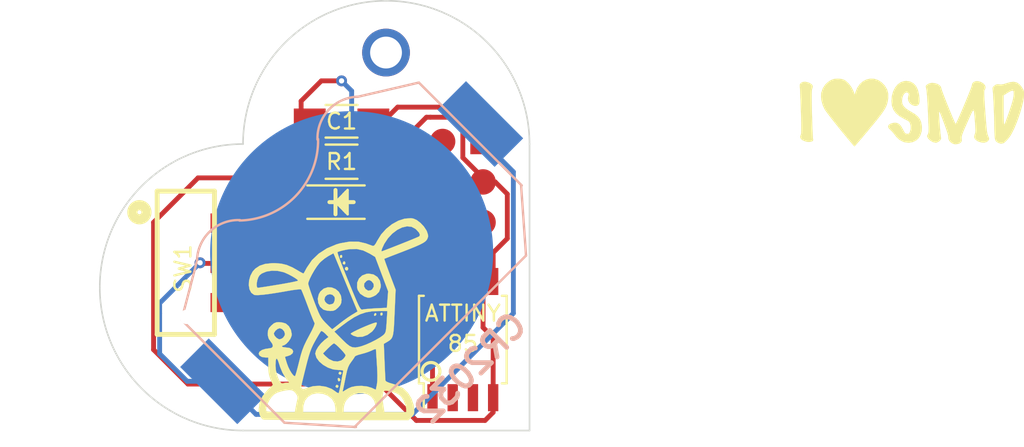
<source format=kicad_pcb>
(kicad_pcb (version 4) (host pcbnew 4.0.4-stable)

  (general
    (links 15)
    (no_connects 5)
    (area 191.769999 76.199999 218.870001 103.300001)
    (thickness 1.6)
    (drawings 21)
    (tracks 93)
    (zones 0)
    (modules 10)
    (nets 10)
  )

  (page USLetter)
  (layers
    (0 F.Cu signal)
    (31 B.Cu signal)
    (34 B.Paste user)
    (35 F.Paste user)
    (36 B.SilkS user)
    (37 F.SilkS user)
    (38 B.Mask user)
    (39 F.Mask user)
    (40 Dwgs.User user)
    (44 Edge.Cuts user)
  )

  (setup
    (last_trace_width 0.1524)
    (user_trace_width 0.254)
    (user_trace_width 0.3048)
    (user_trace_width 0.4064)
    (user_trace_width 0.6096)
    (user_trace_width 2.032)
    (trace_clearance 0.1524)
    (zone_clearance 0.508)
    (zone_45_only no)
    (trace_min 0.1524)
    (segment_width 0.254)
    (edge_width 0.1)
    (via_size 0.6858)
    (via_drill 0.3302)
    (via_min_size 0.6858)
    (via_min_drill 0.3302)
    (user_via 1 0.5)
    (uvia_size 0.762)
    (uvia_drill 0.508)
    (uvias_allowed no)
    (uvia_min_size 0.508)
    (uvia_min_drill 0.127)
    (pcb_text_width 0.3)
    (pcb_text_size 1.5 1.5)
    (mod_edge_width 0.15)
    (mod_text_size 1 1)
    (mod_text_width 0.15)
    (pad_size 3 3)
    (pad_drill 2)
    (pad_to_mask_clearance 0)
    (aux_axis_origin 0 0)
    (grid_origin 210.82 95.25)
    (visible_elements 7FFFFBFF)
    (pcbplotparams
      (layerselection 0x010f0_80000001)
      (usegerberextensions true)
      (excludeedgelayer true)
      (linewidth 0.100000)
      (plotframeref false)
      (viasonmask false)
      (mode 1)
      (useauxorigin false)
      (hpglpennumber 1)
      (hpglpenspeed 20)
      (hpglpendiameter 15)
      (hpglpenoverlay 2)
      (psnegative false)
      (psa4output false)
      (plotreference true)
      (plotvalue true)
      (plotinvisibletext false)
      (padsonsilk false)
      (subtractmaskfromsilk false)
      (outputformat 1)
      (mirror false)
      (drillshape 0)
      (scaleselection 1)
      (outputdirectory gerbers/))
  )

  (net 0 "")
  (net 1 GND)
  (net 2 +BATT)
  (net 3 "Net-(BT1-Pad1)")
  (net 4 "Net-(CON1-Pad1)")
  (net 5 "Net-(CON1-Pad3)")
  (net 6 "Net-(CON1-Pad4)")
  (net 7 "Net-(CON1-Pad5)")
  (net 8 "Net-(D1-Pad1)")
  (net 9 "Net-(IC1-Pad2)")

  (net_class Default "This is the default net class."
    (clearance 0.1524)
    (trace_width 0.1524)
    (via_dia 0.6858)
    (via_drill 0.3302)
    (uvia_dia 0.762)
    (uvia_drill 0.508)
    (add_net +BATT)
    (add_net GND)
    (add_net "Net-(BT1-Pad1)")
    (add_net "Net-(CON1-Pad1)")
    (add_net "Net-(CON1-Pad3)")
    (add_net "Net-(CON1-Pad4)")
    (add_net "Net-(CON1-Pad5)")
    (add_net "Net-(D1-Pad1)")
    (add_net "Net-(IC1-Pad2)")
  )

  (module Housings_SOIC:SOIJ-8_5.3x5.3mm_Pitch1.27mm (layer F.Cu) (tedit 58D85853) (tstamp 58C47A99)
    (at 214.63 97.536 90)
    (descr "8-Lead Plastic Small Outline (SM) - Medium, 5.28 mm Body [SOIC] (see Microchip Packaging Specification 00000049BS.pdf)")
    (tags "SOIC 1.27")
    (path /58C478D3)
    (attr smd)
    (fp_text reference ATTINY (at 1.651 0 180) (layer F.SilkS)
      (effects (font (size 1 1) (thickness 0.15)))
    )
    (fp_text value ATTINY (at 0 3.68 90) (layer F.Fab)
      (effects (font (size 1 1) (thickness 0.15)))
    )
    (fp_circle (center -2 -2) (end -2.25 -2.5) (layer F.SilkS) (width 0.2))
    (fp_line (start -4.75 -2.95) (end -4.75 2.95) (layer F.CrtYd) (width 0.05))
    (fp_line (start 4.75 -2.95) (end 4.75 2.95) (layer F.CrtYd) (width 0.05))
    (fp_line (start -4.75 -2.95) (end 4.75 -2.95) (layer F.CrtYd) (width 0.05))
    (fp_line (start -4.75 2.95) (end 4.75 2.95) (layer F.CrtYd) (width 0.05))
    (fp_line (start -2.75 -2.755) (end -2.75 -2.455) (layer F.SilkS) (width 0.15))
    (fp_line (start 2.75 -2.755) (end 2.75 -2.455) (layer F.SilkS) (width 0.15))
    (fp_line (start 2.75 2.755) (end 2.75 2.455) (layer F.SilkS) (width 0.15))
    (fp_line (start -2.75 2.755) (end -2.75 2.455) (layer F.SilkS) (width 0.15))
    (fp_line (start -2.75 -2.755) (end 2.75 -2.755) (layer F.SilkS) (width 0.15))
    (fp_line (start -2.75 2.755) (end 2.75 2.755) (layer F.SilkS) (width 0.15))
    (fp_line (start -2.75 -2.455) (end -4.5 -2.455) (layer F.SilkS) (width 0.15))
    (pad 1 smd rect (at -3.65 -1.905 90) (size 1.7 0.65) (layers F.Cu F.Paste F.Mask)
      (net 7 "Net-(CON1-Pad5)"))
    (pad 2 smd rect (at -3.65 -0.635 90) (size 1.7 0.65) (layers F.Cu F.Paste F.Mask)
      (net 9 "Net-(IC1-Pad2)"))
    (pad 3 smd rect (at -3.65 0.635 90) (size 1.7 0.65) (layers F.Cu F.Paste F.Mask))
    (pad 4 smd rect (at -3.65 1.905 90) (size 1.7 0.65) (layers F.Cu F.Paste F.Mask)
      (net 1 GND))
    (pad 5 smd rect (at 3.65 1.905 90) (size 1.7 0.65) (layers F.Cu F.Paste F.Mask)
      (net 6 "Net-(CON1-Pad4)"))
    (pad 6 smd rect (at 3.65 0.635 90) (size 1.7 0.65) (layers F.Cu F.Paste F.Mask)
      (net 4 "Net-(CON1-Pad1)"))
    (pad 7 smd rect (at 3.65 -0.635 90) (size 1.7 0.65) (layers F.Cu F.Paste F.Mask)
      (net 5 "Net-(CON1-Pad3)"))
    (pad 8 smd rect (at 3.65 -1.905 90) (size 1.7 0.65) (layers F.Cu F.Paste F.Mask)
      (net 2 +BATT))
    (model Housings_SOIC.3dshapes/SOIJ-8_5.3x5.3mm_Pitch1.27mm.wrl
      (at (xyz 0 0 0))
      (scale (xyz 1 1 1))
      (rotate (xyz 0 0 0))
    )
  )

  (module LEDs:LED-1206 (layer F.Cu) (tedit 58C4D23A) (tstamp 58C47B3C)
    (at 207.01 88.9)
    (descr "LED 1206 smd package")
    (tags "LED1206 SMD")
    (path /58C49927)
    (attr smd)
    (fp_text reference D1 (at 0 -2) (layer F.SilkS) hide
      (effects (font (size 1 1) (thickness 0.15)))
    )
    (fp_text value LED (at 0 2) (layer F.Fab)
      (effects (font (size 1 1) (thickness 0.15)))
    )
    (fp_line (start -0.762 0) (end 0.762 0) (layer F.SilkS) (width 0.25))
    (fp_line (start -0.381 -0.762) (end -0.381 0.762) (layer F.SilkS) (width 0.25))
    (fp_line (start -0.635 0) (end -0.508 0) (layer F.SilkS) (width 0.15))
    (fp_line (start 0.254 0.635) (end 0.381 0.762) (layer F.SilkS) (width 0.15))
    (fp_line (start 0.254 -0.635) (end 0.381 -0.762) (layer F.SilkS) (width 0.15))
    (fp_line (start 0.381 -0.762) (end 0.381 0.762) (layer F.SilkS) (width 0.15))
    (fp_line (start 0.127 -0.508) (end 0.254 -0.635) (layer F.SilkS) (width 0.15))
    (fp_line (start 0.127 0.508) (end 0.254 0.635) (layer F.SilkS) (width 0.15))
    (fp_line (start 0.254 0.508) (end 0.254 0.635) (layer F.SilkS) (width 0.15))
    (fp_line (start 0.254 -0.635) (end 0.254 0.508) (layer F.SilkS) (width 0.15))
    (fp_line (start -2.15 1.05) (end 1.45 1.05) (layer F.SilkS) (width 0.15))
    (fp_line (start -2.15 -1.05) (end 1.45 -1.05) (layer F.SilkS) (width 0.15))
    (fp_line (start 0.027 -0.3) (end 0.027 0.3) (layer F.SilkS) (width 0.15))
    (fp_line (start 0.027 0.3) (end -0.273 0) (layer F.SilkS) (width 0.15))
    (fp_line (start -0.273 0) (end -0.073 -0.2) (layer F.SilkS) (width 0.15))
    (fp_line (start -0.073 -0.2) (end -0.073 0.05) (layer F.SilkS) (width 0.15))
    (fp_line (start -0.073 0.05) (end -0.123 0) (layer F.SilkS) (width 0.15))
    (fp_line (start 0.127 0) (end 0.627 0) (layer F.SilkS) (width 0.15))
    (fp_line (start -0.373 0) (end 0.127 -0.5) (layer F.SilkS) (width 0.15))
    (fp_line (start 0.127 -0.5) (end 0.127 0.5) (layer F.SilkS) (width 0.15))
    (fp_line (start 0.127 0.5) (end -0.373 0) (layer F.SilkS) (width 0.15))
    (fp_line (start 2.5 -1.25) (end -2.5 -1.25) (layer F.CrtYd) (width 0.05))
    (fp_line (start -2.5 -1.25) (end -2.5 1.25) (layer F.CrtYd) (width 0.05))
    (fp_line (start -2.5 1.25) (end 2.5 1.25) (layer F.CrtYd) (width 0.05))
    (fp_line (start 2.5 1.25) (end 2.5 -1.25) (layer F.CrtYd) (width 0.05))
    (pad 2 smd rect (at 1.905 0 180) (size 2 1.80086) (layers F.Cu F.Paste F.Mask)
      (net 6 "Net-(CON1-Pad4)"))
    (pad 1 smd rect (at -1.905 0 180) (size 2 1.80086) (layers F.Cu F.Paste F.Mask)
      (net 8 "Net-(D1-Pad1)"))
    (model LEDs.3dshapes/LED_1206.wrl
      (at (xyz 0 0 0))
      (scale (xyz 1 1 1))
      (rotate (xyz 0 0 0))
    )
  )

  (module myFootPrints:BATT_CR2032_SMD (layer B.Cu) (tedit 56CFB5D2) (tstamp 586093B2)
    (at 207.645 92.075 45)
    (tags battery)
    (path /56CFA61E)
    (fp_text reference BT1 (at 0 -5.08 45) (layer B.SilkS) hide
      (effects (font (size 1.72974 1.08712) (thickness 0.27178)) (justify mirror))
    )
    (fp_text value Battery (at 0 2.54 45) (layer B.SilkS) hide
      (effects (font (size 1.524 1.016) (thickness 0.254)) (justify mirror))
    )
    (fp_line (start -7.1755 -6.5405) (end -10.541 -4.572) (layer B.SilkS) (width 0.15))
    (fp_line (start 7.1755 -6.6675) (end 10.541 -4.572) (layer B.SilkS) (width 0.15))
    (fp_arc (start -5.4229 -4.6355) (end -3.5179 -6.4135) (angle -90) (layer B.SilkS) (width 0.15))
    (fp_arc (start 5.4102 -4.7625) (end 7.1882 -6.6675) (angle -90) (layer B.SilkS) (width 0.15))
    (fp_arc (start -0.0635 -10.033) (end -3.556 -6.4135) (angle -90) (layer B.SilkS) (width 0.15))
    (fp_line (start 7.62 7.874) (end 10.541 4.5085) (layer B.SilkS) (width 0.15))
    (fp_line (start -10.541 4.572) (end -7.5565 7.9375) (layer B.SilkS) (width 0.15))
    (fp_line (start -7.62 7.874) (end 7.62 7.874) (layer B.SilkS) (width 0.15))
    (fp_line (start -10.541 -4.572) (end -10.541 4.572) (layer B.SilkS) (width 0.15))
    (fp_line (start 10.541 -4.572) (end 10.541 4.572) (layer B.SilkS) (width 0.15))
    (fp_circle (center 0 0) (end -10.16 0) (layer Dwgs.User) (width 0.15))
    (pad 2 smd circle (at 0 0 45) (size 17.78 17.78) (layers B.Cu B.Paste B.Mask)
      (net 1 GND))
    (pad 1 smd rect (at -11.43 0 45) (size 2.54 5.08) (layers B.Cu B.Paste B.Mask)
      (net 3 "Net-(BT1-Pad1)"))
    (pad 1 smd rect (at 11.43 0 45) (size 2.54 5.08) (layers B.Cu B.Paste B.Mask)
      (net 3 "Net-(BT1-Pad1)"))
  )

  (module SPST_SMD (layer F.Cu) (tedit 58D85833) (tstamp 586092E3)
    (at 200.025 92.71 270)
    (descr "Through hole pin header")
    (tags "pin header")
    (path /5860A0CD)
    (fp_text reference SW1 (at 0.365 2.97 270) (layer F.SilkS)
      (effects (font (size 1 1) (thickness 0.15)))
    )
    (fp_text value SPST (at 0.1 0 270) (layer F.Fab)
      (effects (font (size 1 1) (thickness 0.15)))
    )
    (fp_line (start -4.5 4.6) (end 4.5 4.6) (layer F.SilkS) (width 0.3048))
    (fp_line (start 4.5 1) (end 4.5 4.6) (layer F.SilkS) (width 0.3048))
    (fp_line (start -4.5 1) (end -4.5 4.6) (layer F.SilkS) (width 0.3048))
    (fp_line (start -4.5 1) (end 4.5 1) (layer F.SilkS) (width 0.3048))
    (fp_text user JS102011SAQN (at 0 1.7 270) (layer F.Fab)
      (effects (font (size 0.8 0.8) (thickness 0.1)))
    )
    (fp_line (start -1.75 14.45) (end 4.3 14.45) (layer F.CrtYd) (width 0.05))
    (pad "" np_thru_hole circle (at 3.4 2.75 270) (size 0.9 0.9) (drill 0.9) (layers *.Cu *.Mask))
    (pad 1 smd rect (at -2.5 0 270) (size 1.2 2.5) (layers F.Cu F.Paste F.Mask)
      (net 2 +BATT))
    (pad 2 smd rect (at 0.04 0 270) (size 1.2 2.5) (layers F.Cu F.Paste F.Mask)
      (net 3 "Net-(BT1-Pad1)"))
    (pad 3 smd rect (at 2.5 0 270) (size 1.2 2.5) (layers F.Cu F.Paste F.Mask))
    (pad "" np_thru_hole circle (at -3.4 2.75 270) (size 0.9 0.9) (drill 0.9) (layers *.Cu *.Mask))
  )

  (module Pin_Headers:Pin_Header_Straight_1x01 (layer F.Cu) (tedit 58C4AD73) (tstamp 5860AB5B)
    (at 209.804 79.502)
    (descr "Through hole pin header")
    (tags "pin header")
    (path /5860AE9A)
    (fp_text reference P1 (at -0.6 -0.5) (layer F.SilkS) hide
      (effects (font (size 0.127 0.127) (thickness 0.03175)))
    )
    (fp_text value CONN_01X01 (at 0 0.9) (layer F.Fab)
      (effects (font (size 0.127 0.127) (thickness 0.03175)))
    )
    (pad "" thru_hole circle (at 0 0) (size 3 3) (drill 2) (layers *.Cu *.Mask))
  )

  (module myFootPrints:AVR-ISP-6 (layer F.Cu) (tedit 5860A6AE) (tstamp 586092C3)
    (at 213.36 85.09)
    (descr "6-lead dip package, row spacing 7.62 mm (300 mils)")
    (tags "dil dip 2.54 300")
    (path /58609061)
    (fp_text reference CON1 (at 0 -2.54) (layer F.SilkS) hide
      (effects (font (size 1 1) (thickness 0.15)))
    )
    (fp_text value AVR-ISP-6 (at 0 -3.72) (layer F.Fab) hide
      (effects (font (size 1 1) (thickness 0.15)))
    )
    (pad 1 smd oval (at 0 0) (size 1.6 1.6) (layers F.Cu F.Paste F.Mask)
      (net 4 "Net-(CON1-Pad1)"))
    (pad 2 smd rect (at 2.54 0) (size 1.6 1.6) (layers F.Cu F.Paste F.Mask)
      (net 2 +BATT))
    (pad 3 smd oval (at 0 2.54) (size 1.6 1.6) (layers F.Cu F.Paste F.Mask)
      (net 5 "Net-(CON1-Pad3)"))
    (pad 4 smd oval (at 2.54 2.54) (size 1.6 1.6) (layers F.Cu F.Paste F.Mask)
      (net 6 "Net-(CON1-Pad4)"))
    (pad 5 smd oval (at 0 5.08) (size 1.6 1.6) (layers F.Cu F.Paste F.Mask)
      (net 7 "Net-(CON1-Pad5)"))
    (pad 6 smd oval (at 2.54 5.08) (size 1.6 1.6) (layers F.Cu F.Paste F.Mask)
      (net 1 GND))
  )

  (module Capacitors_SMD:C_1206_HandSoldering (layer F.Cu) (tedit 58C47DA8) (tstamp 58C47A8D)
    (at 207.01 83.82)
    (descr "Capacitor SMD 1206, hand soldering")
    (tags "capacitor 1206")
    (path /553FDF53)
    (attr smd)
    (fp_text reference C1 (at 0 0) (layer F.SilkS)
      (effects (font (size 1 1) (thickness 0.15)))
    )
    (fp_text value "0.1 uF" (at 0 2.3) (layer F.Fab)
      (effects (font (size 1 1) (thickness 0.15)))
    )
    (fp_line (start -3.3 -1.15) (end 3.3 -1.15) (layer F.CrtYd) (width 0.05))
    (fp_line (start -3.3 1.15) (end 3.3 1.15) (layer F.CrtYd) (width 0.05))
    (fp_line (start -3.3 -1.15) (end -3.3 1.15) (layer F.CrtYd) (width 0.05))
    (fp_line (start 3.3 -1.15) (end 3.3 1.15) (layer F.CrtYd) (width 0.05))
    (fp_line (start 1 -1.025) (end -1 -1.025) (layer F.SilkS) (width 0.15))
    (fp_line (start -1 1.025) (end 1 1.025) (layer F.SilkS) (width 0.15))
    (pad 1 smd rect (at -2 0) (size 2 1.6) (layers F.Cu F.Paste F.Mask)
      (net 1 GND))
    (pad 2 smd rect (at 2 0) (size 2 1.6) (layers F.Cu F.Paste F.Mask)
      (net 2 +BATT))
    (model Capacitors_SMD.3dshapes/C_1206_HandSoldering.wrl
      (at (xyz 0 0 0))
      (scale (xyz 1 1 1))
      (rotate (xyz 0 0 0))
    )
  )

  (module Resistors_SMD:R_1206_HandSoldering (layer F.Cu) (tedit 58C47DAE) (tstamp 58C47A9F)
    (at 207.01 86.36 180)
    (descr "Resistor SMD 1206, hand soldering")
    (tags "resistor 1206")
    (path /56CEB2B5)
    (attr smd)
    (fp_text reference R1 (at 0 0 180) (layer F.SilkS)
      (effects (font (size 1 1) (thickness 0.15)))
    )
    (fp_text value 330 (at 0 2.3 180) (layer F.Fab)
      (effects (font (size 1 1) (thickness 0.15)))
    )
    (fp_line (start -3.3 -1.2) (end 3.3 -1.2) (layer F.CrtYd) (width 0.05))
    (fp_line (start -3.3 1.2) (end 3.3 1.2) (layer F.CrtYd) (width 0.05))
    (fp_line (start -3.3 -1.2) (end -3.3 1.2) (layer F.CrtYd) (width 0.05))
    (fp_line (start 3.3 -1.2) (end 3.3 1.2) (layer F.CrtYd) (width 0.05))
    (fp_line (start 1 1.075) (end -1 1.075) (layer F.SilkS) (width 0.15))
    (fp_line (start -1 -1.075) (end 1 -1.075) (layer F.SilkS) (width 0.15))
    (pad 1 smd rect (at -2 0 180) (size 2 1.7) (layers F.Cu F.Paste F.Mask)
      (net 8 "Net-(D1-Pad1)"))
    (pad 2 smd rect (at 2 0 180) (size 2 1.7) (layers F.Cu F.Paste F.Mask)
      (net 1 GND))
    (model Resistors_SMD.3dshapes/R_1206_HandSoldering.wrl
      (at (xyz 0 0 0))
      (scale (xyz 1 1 1))
      (rotate (xyz 0 0 0))
    )
  )

  (module myFootPrints:IheartSMD (layer F.Cu) (tedit 0) (tstamp 58D86362)
    (at 242.82 83.25)
    (fp_text reference G*** (at 0 0) (layer F.SilkS) hide
      (effects (font (thickness 0.3)))
    )
    (fp_text value LOGO (at 0.75 0) (layer F.SilkS) hide
      (effects (font (thickness 0.3)))
    )
    (fp_poly (pts (xy -2.34405 -2.096245) (xy -2.105224 -2.02035) (xy -1.879461 -1.87745) (xy -1.67627 -1.665485)
      (xy -1.672077 -1.659965) (xy -1.535728 -1.428984) (xy -1.466826 -1.179985) (xy -1.462632 -0.900188)
      (xy -1.480305 -0.765648) (xy -1.506685 -0.630011) (xy -1.540934 -0.503324) (xy -1.587938 -0.377969)
      (xy -1.652583 -0.246325) (xy -1.739753 -0.100773) (xy -1.854334 0.066306) (xy -2.001212 0.26253)
      (xy -2.185271 0.495519) (xy -2.411397 0.772893) (xy -2.65632 1.068462) (xy -2.863883 1.316796)
      (xy -3.056151 1.544929) (xy -3.227337 1.746142) (xy -3.371657 1.913715) (xy -3.483327 2.040929)
      (xy -3.55656 2.121066) (xy -3.585338 2.147469) (xy -3.616012 2.117825) (xy -3.690038 2.034352)
      (xy -3.801593 1.903968) (xy -3.944854 1.733589) (xy -4.114 1.530133) (xy -4.303208 1.300517)
      (xy -4.474308 1.091353) (xy -4.682749 0.833626) (xy -4.880586 0.585062) (xy -5.060943 0.354598)
      (xy -5.216944 0.151173) (xy -5.34171 -0.016276) (xy -5.428366 -0.13881) (xy -5.462934 -0.193553)
      (xy -5.575671 -0.442679) (xy -5.651356 -0.710052) (xy -5.68505 -0.970983) (xy -5.671813 -1.200783)
      (xy -5.668122 -1.219233) (xy -5.570242 -1.503796) (xy -5.409772 -1.744798) (xy -5.251857 -1.892196)
      (xy -5.056812 -2.018715) (xy -4.866654 -2.087112) (xy -4.650419 -2.106675) (xy -4.549401 -2.10289)
      (xy -4.38003 -2.082879) (xy -4.251303 -2.040775) (xy -4.13585 -1.971583) (xy -3.949099 -1.803253)
      (xy -3.782896 -1.584088) (xy -3.657219 -1.341409) (xy -3.638259 -1.291192) (xy -3.5686 -1.093389)
      (xy -3.518915 -1.259848) (xy -3.401368 -1.54273) (xy -3.239839 -1.770965) (xy -3.043835 -1.942494)
      (xy -2.822863 -2.055257) (xy -2.586433 -2.107194) (xy -2.34405 -2.096245)) (layer F.SilkS) (width 0.01))
    (fp_poly (pts (xy 4.210181 -1.942334) (xy 4.354907 -1.898655) (xy 4.509585 -1.8085) (xy 4.610951 -1.696348)
      (xy 4.652707 -1.574999) (xy 4.628556 -1.457256) (xy 4.595388 -1.409846) (xy 4.581052 -1.384052)
      (xy 4.571272 -1.338764) (xy 4.566268 -1.266233) (xy 4.566261 -1.158706) (xy 4.571472 -1.008433)
      (xy 4.582122 -0.807662) (xy 4.598431 -0.548642) (xy 4.620622 -0.223622) (xy 4.635014 -0.019538)
      (xy 4.661576 0.347706) (xy 4.684425 0.645637) (xy 4.704585 0.882954) (xy 4.723077 1.068352)
      (xy 4.740923 1.210532) (xy 4.759146 1.318189) (xy 4.778769 1.400021) (xy 4.800814 1.464727)
      (xy 4.812779 1.492748) (xy 4.86011 1.604073) (xy 4.874765 1.673783) (xy 4.858609 1.73037)
      (xy 4.831274 1.775435) (xy 4.727443 1.867301) (xy 4.579917 1.910188) (xy 4.406042 1.903922)
      (xy 4.223164 1.848332) (xy 4.103179 1.782706) (xy 3.983992 1.677881) (xy 3.938703 1.562564)
      (xy 3.963135 1.422748) (xy 3.982132 1.376791) (xy 4.003807 1.317943) (xy 4.016854 1.247058)
      (xy 4.021452 1.150344) (xy 4.017776 1.014007) (xy 4.006003 0.824256) (xy 3.991631 0.63433)
      (xy 3.969436 0.343476) (xy 3.951134 0.123274) (xy 3.932095 -0.02632) (xy 3.90769 -0.105355)
      (xy 3.873292 -0.113877) (xy 3.824271 -0.051932) (xy 3.755999 0.080433) (xy 3.663846 0.283171)
      (xy 3.543184 0.556235) (xy 3.510691 0.629481) (xy 3.388617 0.905519) (xy 3.295606 1.120487)
      (xy 3.22816 1.284362) (xy 3.182779 1.407121) (xy 3.155967 1.498742) (xy 3.144223 1.5692)
      (xy 3.144049 1.628474) (xy 3.148128 1.663394) (xy 3.157036 1.778047) (xy 3.133809 1.852855)
      (xy 3.083401 1.909807) (xy 2.998885 1.969379) (xy 2.926596 1.992923) (xy 2.836247 2.001972)
      (xy 2.806965 2.008896) (xy 2.735111 2.009803) (xy 2.633855 1.989851) (xy 2.631163 1.98908)
      (xy 2.495802 1.920102) (xy 2.387776 1.81079) (xy 2.32431 1.683267) (xy 2.316829 1.585344)
      (xy 2.313086 1.512089) (xy 2.285363 1.390157) (xy 2.231922 1.213828) (xy 2.151025 0.977378)
      (xy 2.040931 0.675086) (xy 2.036923 0.664308) (xy 1.938752 0.40259) (xy 1.863553 0.208096)
      (xy 1.808302 0.074349) (xy 1.769975 -0.00513) (xy 1.745546 -0.036821) (xy 1.731991 -0.0272)
      (xy 1.727307 0.00118) (xy 1.726457 0.088072) (xy 1.73201 0.23249) (xy 1.742731 0.419067)
      (xy 1.757384 0.632437) (xy 1.774733 0.857233) (xy 1.793542 1.07809) (xy 1.812575 1.279639)
      (xy 1.830597 1.446516) (xy 1.846371 1.563353) (xy 1.856776 1.611074) (xy 1.850116 1.689328)
      (xy 1.789813 1.776366) (xy 1.695651 1.85421) (xy 1.587414 1.904882) (xy 1.522557 1.91477)
      (xy 1.362158 1.882289) (xy 1.201376 1.797514) (xy 1.071842 1.679447) (xy 1.0319 1.620012)
      (xy 0.989323 1.530362) (xy 0.986847 1.469528) (xy 1.023841 1.399627) (xy 1.028116 1.393074)
      (xy 1.045638 1.361348) (xy 1.058987 1.320474) (xy 1.068212 1.262057) (xy 1.07336 1.177702)
      (xy 1.074479 1.059016) (xy 1.071618 0.897605) (xy 1.064824 0.685073) (xy 1.054145 0.413028)
      (xy 1.039629 0.073075) (xy 1.036102 -0.007605) (xy 1.019704 -0.352791) (xy 1.002199 -0.668962)
      (xy 0.984253 -0.946912) (xy 0.966532 -1.177432) (xy 0.9497 -1.351314) (xy 0.934422 -1.459349)
      (xy 0.929803 -1.479092) (xy 0.902461 -1.586355) (xy 0.905961 -1.651164) (xy 0.947559 -1.705573)
      (xy 0.989516 -1.742861) (xy 1.11924 -1.813726) (xy 1.276952 -1.840572) (xy 1.44522 -1.828416)
      (xy 1.606611 -1.782277) (xy 1.743692 -1.707175) (xy 1.839031 -1.608128) (xy 1.875194 -1.490154)
      (xy 1.875195 -1.48788) (xy 1.889061 -1.432449) (xy 1.927988 -1.318218) (xy 1.987643 -1.155951)
      (xy 2.063688 -0.956414) (xy 2.151789 -0.730373) (xy 2.247611 -0.488593) (xy 2.346818 -0.241838)
      (xy 2.445074 -0.000876) (xy 2.538044 0.223529) (xy 2.621394 0.420612) (xy 2.690786 0.579607)
      (xy 2.741886 0.689749) (xy 2.770359 0.740272) (xy 2.773341 0.74233) (xy 2.797641 0.707698)
      (xy 2.846672 0.610777) (xy 2.916109 0.46183) (xy 3.001627 0.271121) (xy 3.098901 0.048913)
      (xy 3.203606 -0.194531) (xy 3.311417 -0.448948) (xy 3.418009 -0.704075) (xy 3.519058 -0.949648)
      (xy 3.610237 -1.175404) (xy 3.687223 -1.37108) (xy 3.74569 -1.526414) (xy 3.781314 -1.631141)
      (xy 3.790461 -1.671302) (xy 3.822869 -1.806741) (xy 3.911858 -1.900375) (xy 4.045079 -1.947231)
      (xy 4.210181 -1.942334)) (layer F.SilkS) (width 0.01))
    (fp_poly (pts (xy 6.611152 -1.865882) (xy 6.768849 -1.761157) (xy 6.916401 -1.590471) (xy 6.945923 -1.547851)
      (xy 7.025612 -1.412648) (xy 7.063559 -1.291976) (xy 7.072923 -1.150907) (xy 7.055285 -0.924379)
      (xy 7.005674 -0.644287) (xy 6.929042 -0.325947) (xy 6.830339 0.015324) (xy 6.714518 0.36421)
      (xy 6.58653 0.705395) (xy 6.451328 1.023562) (xy 6.313862 1.303394) (xy 6.234125 1.443614)
      (xy 6.144558 1.574225) (xy 6.037521 1.705783) (xy 5.9277 1.822894) (xy 5.82978 1.910163)
      (xy 5.758446 1.952196) (xy 5.747391 1.953847) (xy 5.679798 1.965695) (xy 5.65958 1.97196)
      (xy 5.58984 1.969808) (xy 5.493372 1.939564) (xy 5.490307 1.938222) (xy 5.404553 1.897661)
      (xy 5.339203 1.854595) (xy 5.291255 1.798295) (xy 5.257705 1.718032) (xy 5.235552 1.603077)
      (xy 5.221792 1.442701) (xy 5.213422 1.226174) (xy 5.207441 0.942768) (xy 5.207147 0.926493)
      (xy 5.199974 0.594325) (xy 5.190449 0.254891) (xy 5.179064 -0.081148) (xy 5.166307 -0.40313)
      (xy 5.152668 -0.700395) (xy 5.138637 -0.962283) (xy 5.132537 -1.056781) (xy 5.783384 -1.056781)
      (xy 5.783384 -0.199432) (xy 5.784524 0.120145) (xy 5.788206 0.36829) (xy 5.794827 0.551695)
      (xy 5.804782 0.677053) (xy 5.818468 0.751057) (xy 5.836279 0.780398) (xy 5.841398 0.781539)
      (xy 5.857413 0.746785) (xy 5.89456 0.65099) (xy 5.948084 0.506858) (xy 6.013233 0.327089)
      (xy 6.049789 0.224693) (xy 6.170786 -0.122019) (xy 6.2647 -0.406164) (xy 6.334202 -0.637446)
      (xy 6.381963 -0.825565) (xy 6.410655 -0.980226) (xy 6.422948 -1.111129) (xy 6.423632 -1.13323)
      (xy 6.422684 -1.258376) (xy 6.408739 -1.325289) (xy 6.375296 -1.353618) (xy 6.348764 -1.359522)
      (xy 6.278291 -1.344743) (xy 6.167015 -1.295181) (xy 6.037911 -1.22122) (xy 6.026379 -1.213836)
      (xy 5.783384 -1.056781) (xy 5.132537 -1.056781) (xy 5.124702 -1.178131) (xy 5.111355 -1.33728)
      (xy 5.099083 -1.429069) (xy 5.098956 -1.429663) (xy 5.091105 -1.515274) (xy 5.122008 -1.58235)
      (xy 5.201495 -1.65836) (xy 5.294825 -1.726139) (xy 5.380789 -1.751003) (xy 5.49977 -1.74412)
      (xy 5.507835 -1.743074) (xy 5.642889 -1.738311) (xy 5.790445 -1.763592) (xy 5.95923 -1.816398)
      (xy 6.218137 -1.890292) (xy 6.431513 -1.907857) (xy 6.611152 -1.865882)) (layer F.SilkS) (width 0.01))
    (fp_poly (pts (xy -0.08157 -1.924859) (xy 0.119595 -1.818609) (xy 0.279311 -1.647326) (xy 0.396236 -1.412426)
      (xy 0.466339 -1.132373) (xy 0.500202 -0.862655) (xy 0.501546 -0.65965) (xy 0.468366 -0.518122)
      (xy 0.398658 -0.432833) (xy 0.290417 -0.398547) (xy 0.187007 -0.402567) (xy 0.022986 -0.458462)
      (xy -0.107678 -0.566887) (xy -0.193914 -0.710176) (xy -0.22465 -0.870663) (xy -0.196209 -1.014011)
      (xy -0.167136 -1.109175) (xy -0.181089 -1.172167) (xy -0.195414 -1.191881) (xy -0.278029 -1.245413)
      (xy -0.369251 -1.232389) (xy -0.45776 -1.161828) (xy -0.532239 -1.042744) (xy -0.581313 -0.884458)
      (xy -0.600584 -0.68899) (xy -0.574129 -0.522805) (xy -0.495226 -0.375621) (xy -0.357152 -0.237156)
      (xy -0.153185 -0.097128) (xy -0.0149 -0.018128) (xy 0.223532 0.127163) (xy 0.396984 0.271723)
      (xy 0.51748 0.428179) (xy 0.597046 0.609158) (xy 0.604015 0.631773) (xy 0.655343 0.924217)
      (xy 0.636198 1.206319) (xy 0.548448 1.466012) (xy 0.450415 1.623815) (xy 0.286878 1.776761)
      (xy 0.079863 1.875382) (xy -0.154297 1.915659) (xy -0.399267 1.89357) (xy -0.512491 1.860858)
      (xy -0.748329 1.740098) (xy -0.946 1.556863) (xy -1.022725 1.45561) (xy -1.121166 1.327126)
      (xy -1.230147 1.205768) (xy -1.27831 1.15977) (xy -1.368909 1.071732) (xy -1.43624 0.991383)
      (xy -1.448715 0.971564) (xy -1.465512 0.873525) (xy -1.414822 0.786441) (xy -1.307233 0.717766)
      (xy -1.153334 0.674957) (xy -1.012348 0.664308) (xy -0.876932 0.686654) (xy -0.758934 0.759596)
      (xy -0.648527 0.891984) (xy -0.535883 1.092672) (xy -0.535153 1.094154) (xy -0.465871 1.228004)
      (xy -0.41207 1.306136) (xy -0.358451 1.34467) (xy -0.289713 1.359726) (xy -0.282378 1.360469)
      (xy -0.194043 1.359893) (xy -0.141119 1.322752) (xy -0.096762 1.234724) (xy -0.046514 1.054309)
      (xy -0.050882 0.865654) (xy -0.080832 0.730435) (xy -0.105883 0.658031) (xy -0.144138 0.601611)
      (xy -0.210683 0.54875) (xy -0.320602 0.487023) (xy -0.46023 0.417902) (xy -0.755259 0.249762)
      (xy -0.977739 0.06329) (xy -1.132413 -0.14826) (xy -1.224021 -0.391633) (xy -1.257305 -0.673574)
      (xy -1.257581 -0.71638) (xy -1.228979 -1.026375) (xy -1.150871 -1.305792) (xy -1.029403 -1.546426)
      (xy -0.870719 -1.740071) (xy -0.680962 -1.878524) (xy -0.466276 -1.953578) (xy -0.322842 -1.964662)
      (xy -0.08157 -1.924859)) (layer F.SilkS) (width 0.01))
    (fp_poly (pts (xy -6.518611 -1.882257) (xy -6.409155 -1.83689) (xy -6.276787 -1.754816) (xy -6.213258 -1.670643)
      (xy -6.210551 -1.568093) (xy -6.236569 -1.486461) (xy -6.251088 -1.43895) (xy -6.262123 -1.372811)
      (xy -6.269766 -1.28017) (xy -6.274107 -1.153157) (xy -6.275237 -0.983901) (xy -6.273246 -0.76453)
      (xy -6.268226 -0.487173) (xy -6.260268 -0.143958) (xy -6.254608 0.078154) (xy -6.245346 0.41081)
      (xy -6.235495 0.724) (xy -6.225449 1.00785) (xy -6.215604 1.252481) (xy -6.206357 1.448018)
      (xy -6.198102 1.584584) (xy -6.1916 1.65037) (xy -6.180359 1.748638) (xy -6.20133 1.800393)
      (xy -6.266818 1.834698) (xy -6.270189 1.835985) (xy -6.406266 1.868926) (xy -6.552799 1.859856)
      (xy -6.691624 1.823843) (xy -6.862868 1.747438) (xy -6.964249 1.649742) (xy -6.993148 1.534965)
      (xy -6.948992 1.410561) (xy -6.936851 1.371172) (xy -6.928407 1.293703) (xy -6.923653 1.17199)
      (xy -6.922584 0.999871) (xy -6.925194 0.771185) (xy -6.931478 0.479767) (xy -6.941429 0.119456)
      (xy -6.947627 -0.083601) (xy -6.958527 -0.414351) (xy -6.969819 -0.72455) (xy -6.98107 -1.004507)
      (xy -6.991847 -1.244531) (xy -7.001715 -1.434928) (xy -7.010242 -1.566007) (xy -7.016649 -1.626487)
      (xy -7.01007 -1.750297) (xy -6.943571 -1.842421) (xy -6.830558 -1.898219) (xy -6.684436 -1.913045)
      (xy -6.518611 -1.882257)) (layer F.SilkS) (width 0.01))
  )

  (module myFootPrints:tindie_12mm (layer F.Cu) (tedit 0) (tstamp 59B0A503)
    (at 206.82 96.25)
    (fp_text reference G*** (at 0 0) (layer F.SilkS) hide
      (effects (font (thickness 0.3)))
    )
    (fp_text value LOGO (at 0.75 0) (layer F.SilkS) hide
      (effects (font (thickness 0.3)))
    )
    (fp_poly (pts (xy 4.702191 -6.317549) (xy 4.916632 -6.222528) (xy 5.147934 -6.045282) (xy 5.361055 -5.819498)
      (xy 5.52095 -5.578859) (xy 5.559249 -5.493735) (xy 5.620462 -5.306464) (xy 5.626706 -5.175154)
      (xy 5.580401 -5.042472) (xy 5.578462 -5.03837) (xy 5.525545 -4.953681) (xy 5.441256 -4.87138)
      (xy 5.311692 -4.784446) (xy 5.12295 -4.685855) (xy 4.861125 -4.568584) (xy 4.512314 -4.42561)
      (xy 4.062612 -4.249911) (xy 3.874764 -4.177839) (xy 3.546807 -4.051895) (xy 3.26342 -3.942054)
      (xy 3.044531 -3.856121) (xy 2.910067 -3.801901) (xy 2.876713 -3.78688) (xy 2.89287 -3.7256)
      (xy 2.947204 -3.565827) (xy 3.032542 -3.327694) (xy 3.141713 -3.031336) (xy 3.224699 -2.810016)
      (xy 3.58775 -1.848217) (xy 3.52425 -0.390611) (xy 3.502324 0.098876) (xy 3.481439 0.4784)
      (xy 3.457033 0.764875) (xy 3.424548 0.975215) (xy 3.379422 1.126334) (xy 3.317096 1.235144)
      (xy 3.233011 1.31856) (xy 3.122605 1.393496) (xy 3.028177 1.449402) (xy 2.846186 1.55575)
      (xy 2.89176 2.667) (xy 2.907332 3.03448) (xy 2.922112 3.361003) (xy 2.935006 3.624066)
      (xy 2.944921 3.801167) (xy 2.950059 3.866441) (xy 3.016432 3.929329) (xy 3.182935 4.001126)
      (xy 3.387459 4.061535) (xy 3.654382 4.147296) (xy 3.913776 4.26076) (xy 4.074351 4.354344)
      (xy 4.355258 4.624421) (xy 4.574813 4.977797) (xy 4.712935 5.377663) (xy 4.745243 5.584165)
      (xy 4.759785 5.800849) (xy 4.745358 5.938455) (xy 4.68884 6.043911) (xy 4.585376 6.155892)
      (xy 4.391269 6.35) (xy -0.137991 6.344986) (xy -0.886338 6.343714) (xy -1.598316 6.341643)
      (xy -2.263618 6.338857) (xy -2.871937 6.335439) (xy -3.412968 6.331474) (xy -3.876402 6.327045)
      (xy -4.251934 6.322236) (xy -4.529256 6.317131) (xy -4.698062 6.311814) (xy -4.747962 6.307499)
      (xy -4.856554 6.206709) (xy -4.948713 6.022471) (xy -5.006213 5.798328) (xy -5.014317 5.694044)
      (xy -4.556331 5.694044) (xy -4.538237 5.781757) (xy -4.464323 5.803755) (xy -4.287268 5.822114)
      (xy -4.030916 5.835266) (xy -3.719111 5.841642) (xy -3.622538 5.842) (xy -2.74407 5.842)
      (xy -2.702221 5.61771) (xy -2.2225 5.61771) (xy -2.2225 5.842) (xy -0.1905 5.842)
      (xy -0.1905 5.64946) (xy 0.3175 5.64946) (xy 0.3175 5.842) (xy 2.3495 5.842)
      (xy 2.348105 5.603875) (xy 2.319392 5.390039) (xy 2.249865 5.156593) (xy 2.227686 5.10364)
      (xy 2.06767 4.882959) (xy 2.76753 4.882959) (xy 2.778414 5.138556) (xy 2.808011 5.381625)
      (xy 2.882265 5.842) (xy 4.2545 5.842) (xy 4.2545 5.639798) (xy 4.21117 5.396461)
      (xy 4.099499 5.12625) (xy 3.946965 4.885646) (xy 3.827915 4.762962) (xy 3.583144 4.629196)
      (xy 3.25024 4.532556) (xy 3.019133 4.496914) (xy 2.890145 4.497564) (xy 2.823294 4.55938)
      (xy 2.782637 4.699) (xy 2.76753 4.882959) (xy 2.06767 4.882959) (xy 2.060577 4.873178)
      (xy 1.823058 4.723737) (xy 1.540747 4.653223) (xy 1.23926 4.659545) (xy 0.944214 4.74061)
      (xy 0.681228 4.894323) (xy 0.475916 5.118594) (xy 0.404566 5.252585) (xy 0.342484 5.456161)
      (xy 0.3175 5.64946) (xy -0.1905 5.64946) (xy -0.1905 5.616596) (xy -0.249256 5.290642)
      (xy -0.416635 5.015923) (xy -0.679305 4.808234) (xy -0.967303 4.696258) (xy -1.339363 4.655866)
      (xy -1.664769 4.723059) (xy -1.928689 4.886951) (xy -2.11629 5.136651) (xy -2.21274 5.461271)
      (xy -2.2225 5.61771) (xy -2.702221 5.61771) (xy -2.675942 5.476875) (xy -2.631736 5.252469)
      (xy -2.59028 5.062498) (xy -2.569229 4.979306) (xy -2.583254 4.825417) (xy -2.699717 4.645931)
      (xy -2.816966 4.529017) (xy -2.944601 4.465507) (xy -3.112051 4.451761) (xy -3.348747 4.484139)
      (xy -3.58775 4.536113) (xy -3.839675 4.610711) (xy -4.022058 4.713176) (xy -4.192267 4.876138)
      (xy -4.199222 4.883913) (xy -4.333974 5.071365) (xy -4.447696 5.293467) (xy -4.526459 5.513324)
      (xy -4.556331 5.694044) (xy -5.014317 5.694044) (xy -5.0165 5.665965) (xy -4.954369 5.236025)
      (xy -4.768482 4.832737) (xy -4.463554 4.461613) (xy -4.235659 4.238797) (xy -2.337195 4.238797)
      (xy -2.334832 4.293375) (xy -2.320899 4.329175) (xy -2.298474 4.363634) (xy -2.29603 4.367446)
      (xy -2.237892 4.406672) (xy -2.127816 4.388382) (xy -1.963627 4.321215) (xy -1.597279 4.21271)
      (xy -1.195668 4.189116) (xy -0.797278 4.246157) (xy -0.440589 4.379558) (xy -0.240366 4.512657)
      (xy -0.105139 4.610897) (xy -0.010406 4.651055) (xy 0.007963 4.646152) (xy 0.035034 4.569226)
      (xy 0.040604 4.545789) (xy 0.258262 4.545789) (xy 0.291232 4.549388) (xy 0.398467 4.480137)
      (xy 0.421323 4.464235) (xy 0.61738 4.35108) (xy 0.8191 4.264212) (xy 1.115576 4.20467)
      (xy 1.463277 4.195263) (xy 1.804741 4.233695) (xy 2.075431 4.314412) (xy 2.341113 4.435035)
      (xy 2.407482 4.125565) (xy 2.436138 3.887559) (xy 2.442045 3.542049) (xy 2.425236 3.081695)
      (xy 2.412984 2.876422) (xy 2.391487 2.542717) (xy 2.373141 2.254415) (xy 2.359429 2.035099)
      (xy 2.351834 1.908355) (xy 2.350807 1.887834) (xy 2.300247 1.884129) (xy 2.17375 1.930909)
      (xy 2.097499 1.96748) (xy 1.893561 2.05333) (xy 1.632608 2.139549) (xy 1.447321 2.188929)
      (xy 1.238496 2.24687) (xy 1.085995 2.306525) (xy 1.026056 2.351081) (xy 0.976842 2.437244)
      (xy 0.874917 2.584939) (xy 0.788877 2.700819) (xy 0.683232 2.856404) (xy 0.602419 3.025686)
      (xy 0.534341 3.242301) (xy 0.466903 3.539882) (xy 0.441963 3.665522) (xy 0.384446 3.956604)
      (xy 0.332475 4.210231) (xy 0.292612 4.394904) (xy 0.274269 4.470398) (xy 0.258262 4.545789)
      (xy 0.040604 4.545789) (xy 0.07627 4.395729) (xy 0.125249 4.154411) (xy 0.159261 3.96875)
      (xy 0.208847 3.694242) (xy 0.252879 3.464337) (xy 0.285406 3.309393) (xy 0.297615 3.263107)
      (xy 0.25742 3.21806) (xy 0.094561 3.198105) (xy -0.015644 3.19738) (xy -0.344165 3.158783)
      (xy -0.669637 3.045216) (xy -0.967988 2.873978) (xy -1.215147 2.662367) (xy -1.387045 2.427682)
      (xy -1.459611 2.187223) (xy -1.4605 2.159) (xy -1.459495 2.155141) (xy -0.975676 2.155141)
      (xy -0.852963 2.293162) (xy -0.604202 2.508052) (xy -0.333401 2.633746) (xy -0.065974 2.665391)
      (xy 0.172666 2.598135) (xy 0.288636 2.511136) (xy 0.394454 2.383854) (xy 0.443993 2.281989)
      (xy 0.4445 2.275008) (xy 0.40154 2.191772) (xy 0.291219 2.053946) (xy 0.141371 1.890147)
      (xy -0.020171 1.728993) (xy -0.165572 1.599101) (xy -0.266997 1.529087) (xy -0.285968 1.524)
      (xy -0.361664 1.566374) (xy -0.495658 1.67765) (xy -0.659408 1.834055) (xy -0.66485 1.83957)
      (xy -0.975676 2.155141) (xy -1.459495 2.155141) (xy -1.412637 1.975365) (xy -1.28458 1.751438)
      (xy -1.099632 1.520532) (xy -0.881092 1.315962) (xy -0.85863 1.298496) (xy -0.629077 1.123408)
      (xy -0.835115 0.91083) (xy -0.971678 0.791936) (xy -0.989983 0.783551) (xy -0.261346 0.783551)
      (xy 0.232962 1.280775) (xy 0.487461 1.526479) (xy 0.689786 1.685602) (xy 0.870115 1.768247)
      (xy 1.058625 1.784512) (xy 1.285496 1.744499) (xy 1.466282 1.693561) (xy 1.733478 1.596365)
      (xy 2.04046 1.459493) (xy 2.34702 1.303386) (xy 2.612952 1.148487) (xy 2.794617 1.018237)
      (xy 2.877227 0.939882) (xy 2.932941 0.857361) (xy 2.969323 0.742692) (xy 2.993938 0.567893)
      (xy 3.01435 0.304982) (xy 3.022673 0.174625) (xy 3.065331 -0.508) (xy 2.528441 -0.508)
      (xy 2.102952 -0.489316) (xy 1.723542 -0.426105) (xy 1.363141 -0.307629) (xy 0.994682 -0.12315)
      (xy 0.591096 0.13807) (xy 0.234452 0.402043) (xy -0.261346 0.783551) (xy -0.989983 0.783551)
      (xy -1.071761 0.746093) (xy -1.096891 0.75399) (xy -1.150062 0.83029) (xy -1.248651 0.991209)
      (xy -1.376685 1.21019) (xy -1.469342 1.373239) (xy -1.593089 1.603475) (xy -1.695299 1.82246)
      (xy -1.78578 2.058068) (xy -1.874341 2.338174) (xy -1.970789 2.690653) (xy -2.067778 3.073951)
      (xy -2.169415 3.48397) (xy -2.244099 3.788027) (xy -2.294906 4.00356) (xy -2.324912 4.148004)
      (xy -2.337195 4.238797) (xy -4.235659 4.238797) (xy -4.123335 4.128977) (xy -4.268293 3.794863)
      (xy -4.351986 3.561685) (xy -4.397293 3.315465) (xy -4.412918 3.004675) (xy -4.413185 2.950076)
      (xy -3.958223 2.950076) (xy -3.935519 3.203181) (xy -3.877871 3.463336) (xy -3.796105 3.703668)
      (xy -3.701049 3.897303) (xy -3.603527 4.017366) (xy -3.519476 4.039204) (xy -3.376853 4.008482)
      (xy -3.259649 4.0005) (xy -3.100684 4.0005) (xy -3.337574 3.67779) (xy -3.519925 3.370415)
      (xy -3.674002 2.998845) (xy -3.713537 2.873203) (xy -3.79686 2.62023) (xy -3.863865 2.493038)
      (xy -3.913669 2.491349) (xy -3.945388 2.614886) (xy -3.958136 2.86337) (xy -3.958223 2.950076)
      (xy -4.413185 2.950076) (xy -4.41325 2.936875) (xy -4.41325 2.413) (xy -4.59205 2.413)
      (xy -4.818874 2.379015) (xy -4.963496 2.29207) (xy -5.016324 2.174681) (xy -4.967769 2.049363)
      (xy -4.808239 1.938631) (xy -4.79629 1.933509) (xy -4.592102 1.87011) (xy -4.396693 1.84162)
      (xy -4.386695 1.8415) (xy -4.202301 1.806558) (xy -4.124665 1.708795) (xy -4.156915 1.558804)
      (xy -4.260094 1.412678) (xy -4.388777 1.229896) (xy -4.439996 1.034665) (xy -4.444651 0.92075)
      (xy -4.064 0.92075) (xy -4.013385 1.049379) (xy -3.894186 1.178579) (xy -3.755375 1.260856)
      (xy -3.703876 1.27) (xy -3.575567 1.229504) (xy -3.481626 1.164908) (xy -3.389985 1.03235)
      (xy -3.3655 0.931783) (xy -3.415446 0.767573) (xy -3.536486 0.631683) (xy -3.68542 0.571657)
      (xy -3.692842 0.5715) (xy -3.83221 0.62001) (xy -3.969117 0.735017) (xy -4.054901 0.87073)
      (xy -4.064 0.92075) (xy -4.444651 0.92075) (xy -4.445001 0.91219) (xy -4.428738 0.708874)
      (xy -4.361582 0.557444) (xy -4.229101 0.4064) (xy -4.062537 0.264369) (xy -3.904107 0.201767)
      (xy -3.749697 0.1905) (xy -3.53163 0.213526) (xy -3.334562 0.27021) (xy -3.30741 0.282952)
      (xy -3.120985 0.443176) (xy -2.990978 0.677333) (xy -2.939982 0.936946) (xy -2.949256 1.051452)
      (xy -3.01613 1.222199) (xy -3.137922 1.401979) (xy -3.283069 1.554144) (xy -3.420003 1.642043)
      (xy -3.465635 1.651) (xy -3.546956 1.68689) (xy -3.556 1.7145) (xy -3.500105 1.75616)
      (xy -3.362346 1.777331) (xy -3.329576 1.778) (xy -3.078291 1.812064) (xy -2.916522 1.899443)
      (xy -2.849944 2.017917) (xy -2.884234 2.145267) (xy -3.025069 2.259274) (xy -3.191231 2.319528)
      (xy -3.316447 2.353754) (xy -3.365015 2.372258) (xy -3.347838 2.432529) (xy -3.303423 2.581238)
      (xy -3.245541 2.772494) (xy -3.160757 3.000377) (xy -3.053011 3.220462) (xy -2.938293 3.407901)
      (xy -2.832595 3.537846) (xy -2.751907 3.585447) (xy -2.729229 3.574804) (xy -2.698495 3.497573)
      (xy -2.645488 3.320702) (xy -2.576914 3.068202) (xy -2.499481 2.76408) (xy -2.475679 2.667)
      (xy -2.373733 2.26996) (xy -2.275479 1.95124) (xy -2.162914 1.664024) (xy -2.018034 1.3615)
      (xy -1.858148 1.061222) (xy -1.672339 0.709059) (xy -1.555018 0.456771) (xy -1.503845 0.298816)
      (xy -1.509661 0.235722) (xy -1.551354 0.152535) (xy -1.627763 -0.028211) (xy -1.730138 -0.284747)
      (xy -1.84973 -0.595302) (xy -1.936153 -0.8255) (xy -2.06129 -1.157884) (xy -2.173852 -1.448754)
      (xy -2.265445 -1.677044) (xy -2.327672 -1.821687) (xy -2.349132 -1.861746) (xy -2.426779 -1.87157)
      (xy -2.602311 -1.859199) (xy -2.849082 -1.827369) (xy -3.119046 -1.782721) (xy -3.766906 -1.670177)
      (xy -4.308532 -1.586547) (xy -4.740084 -1.532283) (xy -5.057724 -1.507838) (xy -5.257612 -1.513665)
      (xy -5.304983 -1.52504) (xy -5.481619 -1.654349) (xy -5.59227 -1.864827) (xy -5.630553 -2.086272)
      (xy -5.141368 -2.086272) (xy -5.107314 -1.984314) (xy -5.072205 -1.968188) (xy -4.984718 -1.978078)
      (xy -4.792817 -2.005809) (xy -4.51733 -2.048172) (xy -4.179083 -2.10196) (xy -3.798907 -2.163962)
      (xy -3.762375 -2.169996) (xy -3.416186 -2.229335) (xy -1.905 -2.229335) (xy -1.88308 -2.127234)
      (xy -1.822435 -1.929765) (xy -1.730742 -1.659781) (xy -1.615679 -1.340135) (xy -1.525183 -1.098657)
      (xy -1.381026 -0.724608) (xy -1.2672 -0.446036) (xy -1.170686 -0.239047) (xy -1.078461 -0.079747)
      (xy -0.977504 0.055758) (xy -0.854794 0.191363) (xy -0.781046 0.266838) (xy -0.610408 0.436833)
      (xy -0.476879 0.565275) (xy -0.402831 0.630801) (xy -0.395476 0.635) (xy -0.339905 0.59796)
      (xy -0.209812 0.49909) (xy -0.029143 0.356759) (xy 0.051012 0.292505) (xy 0.304718 0.097628)
      (xy 0.577526 -0.097157) (xy 0.814503 -0.252773) (xy 0.835407 -0.265452) (xy 1.194565 -0.480914)
      (xy 0.502993 -2.161332) (xy 0.321883 -2.601035) (xy 0.153921 -3.008111) (xy 0.005923 -3.366099)
      (xy -0.115296 -3.658541) (xy -0.202923 -3.868974) (xy -0.250144 -3.98094) (xy -0.253395 -3.988395)
      (xy -0.318213 -4.135039) (xy -0.64205 -3.958785) (xy -0.87918 -3.802322) (xy -1.113011 -3.605527)
      (xy -1.205334 -3.510505) (xy -1.358959 -3.311969) (xy -1.520669 -3.064216) (xy -1.673229 -2.798807)
      (xy -1.799401 -2.547306) (xy -1.88195 -2.341273) (xy -1.905 -2.229335) (xy -3.416186 -2.229335)
      (xy -3.386239 -2.234468) (xy -3.05701 -2.295254) (xy -2.793715 -2.348481) (xy -2.615381 -2.390274)
      (xy -2.541035 -2.416761) (xy -2.54 -2.418861) (xy -2.592815 -2.482964) (xy -2.730916 -2.581588)
      (xy -2.923787 -2.69711) (xy -3.140914 -2.811908) (xy -3.351781 -2.908356) (xy -3.455968 -2.947855)
      (xy -3.820022 -3.029779) (xy -4.190458 -3.040773) (xy -4.534397 -2.985053) (xy -4.81896 -2.866837)
      (xy -4.959859 -2.75495) (xy -5.042449 -2.621811) (xy -5.103712 -2.441599) (xy -5.138426 -2.250894)
      (xy -5.141368 -2.086272) (xy -5.630553 -2.086272) (xy -5.638084 -2.129832) (xy -5.620204 -2.422724)
      (xy -5.539775 -2.716863) (xy -5.397943 -2.985607) (xy -5.234265 -3.170421) (xy -4.9537 -3.356285)
      (xy -4.609138 -3.469244) (xy -4.180136 -3.515026) (xy -4.0005 -3.516157) (xy -3.603793 -3.486303)
      (xy -3.247121 -3.40018) (xy -2.885368 -3.243629) (xy -2.583487 -3.071424) (xy -2.396861 -2.961262)
      (xy -2.258221 -2.887845) (xy -2.196716 -2.866569) (xy -2.19634 -2.86693) (xy -2.159194 -2.930418)
      (xy -2.080719 -3.072867) (xy -1.995908 -3.229936) (xy -1.669286 -3.707289) (xy -1.242262 -4.116544)
      (xy -1.09926 -4.208765) (xy -0.066712 -4.208765) (xy -0.054684 -4.139913) (xy 0.000916 -3.968608)
      (xy 0.094576 -3.709528) (xy 0.220786 -3.37735) (xy 0.374033 -2.986752) (xy 0.548807 -2.552414)
      (xy 0.626723 -2.361898) (xy 0.835066 -1.85568) (xy 1.001499 -1.455049) (xy 1.13214 -1.148027)
      (xy 1.233106 -0.922632) (xy 1.310515 -0.766884) (xy 1.370486 -0.668802) (xy 1.419136 -0.616406)
      (xy 1.462582 -0.597716) (xy 1.506943 -0.600752) (xy 1.524 -0.604776) (xy 1.65252 -0.624659)
      (xy 1.873177 -0.646344) (xy 2.151199 -0.666762) (xy 2.360245 -0.678603) (xy 3.03774 -0.712199)
      (xy 3.077217 -1.229225) (xy 3.116694 -1.74625) (xy 2.709467 -2.82575) (xy 2.302239 -3.90525)
      (xy 1.968142 -4.108883) (xy 1.568245 -4.306093) (xy 2.699199 -4.306093) (xy 2.702855 -4.254503)
      (xy 2.703023 -4.2545) (xy 2.769618 -4.276778) (xy 2.935405 -4.338795) (xy 3.181579 -4.433326)
      (xy 3.489334 -4.553146) (xy 3.839866 -4.691031) (xy 3.860326 -4.69912) (xy 4.217558 -4.841459)
      (xy 4.537194 -4.97086) (xy 4.799181 -5.079041) (xy 4.983465 -5.157719) (xy 5.069994 -5.19861)
      (xy 5.070681 -5.199044) (xy 5.117102 -5.292244) (xy 5.056464 -5.433848) (xy 4.89422 -5.613359)
      (xy 4.822559 -5.676401) (xy 4.579551 -5.804316) (xy 4.297219 -5.828055) (xy 3.992095 -5.7575)
      (xy 3.680712 -5.602532) (xy 3.379599 -5.373035) (xy 3.105289 -5.078888) (xy 2.874314 -4.729975)
      (xy 2.735986 -4.429125) (xy 2.699199 -4.306093) (xy 1.568245 -4.306093) (xy 1.559819 -4.310248)
      (xy 1.153708 -4.404692) (xy 0.714228 -4.398074) (xy 0.461883 -4.35688) (xy 0.226411 -4.303974)
      (xy 0.041276 -4.253285) (xy -0.059631 -4.214307) (xy -0.066712 -4.208765) (xy -1.09926 -4.208765)
      (xy -0.72666 -4.449051) (xy -0.134305 -4.69616) (xy 0.101346 -4.76406) (xy 0.704472 -4.870492)
      (xy 1.248014 -4.866288) (xy 1.7145 -4.757418) (xy 1.921606 -4.682043) (xy 2.089262 -4.621898)
      (xy 2.159931 -4.597243) (xy 2.240374 -4.621651) (xy 2.339723 -4.75103) (xy 2.43116 -4.921921)
      (xy 2.679052 -5.322511) (xy 2.996249 -5.674627) (xy 3.36178 -5.965382) (xy 3.754671 -6.181885)
      (xy 4.15395 -6.31125) (xy 4.538645 -6.340587) (xy 4.702191 -6.317549)) (layer F.SilkS) (width 0.01))
    (fp_poly (pts (xy -0.011064 4.178329) (xy 0 4.22275) (xy -0.05083 4.306936) (xy -0.09525 4.318)
      (xy -0.179437 4.26717) (xy -0.1905 4.22275) (xy -0.139671 4.138563) (xy -0.09525 4.1275)
      (xy -0.011064 4.178329)) (layer F.SilkS) (width 0.01))
    (fp_poly (pts (xy 0.077258 3.734858) (xy 0.119168 3.822114) (xy 0.078281 3.884118) (xy 0.007674 3.917845)
      (xy -0.037514 3.849629) (xy -0.052057 3.731362) (xy 0.00056 3.690454) (xy 0.077258 3.734858)) (layer F.SilkS) (width 0.01))
    (fp_poly (pts (xy 0.179436 3.352829) (xy 0.1905 3.39725) (xy 0.13967 3.481436) (xy 0.09525 3.4925)
      (xy 0.011063 3.44167) (xy 0 3.39725) (xy 0.050829 3.313063) (xy 0.09525 3.302)
      (xy 0.179436 3.352829)) (layer F.SilkS) (width 0.01))
    (fp_poly (pts (xy 2.400262 0.300192) (xy 2.345103 0.447711) (xy 2.2454 0.616848) (xy 2.119952 0.76998)
      (xy 2.106761 0.782921) (xy 1.820371 0.99137) (xy 1.508055 1.107294) (xy 1.199117 1.124177)
      (xy 0.936625 1.043179) (xy 0.815155 0.969088) (xy 0.762088 0.920492) (xy 0.762 0.91952)
      (xy 0.816968 0.868401) (xy 0.964462 0.784017) (xy 1.178361 0.677708) (xy 1.432548 0.560809)
      (xy 1.700904 0.44466) (xy 1.957309 0.340598) (xy 2.175646 0.259962) (xy 2.329796 0.214089)
      (xy 2.392079 0.211912) (xy 2.400262 0.300192)) (layer F.SilkS) (width 0.01))
    (fp_poly (pts (xy 2.376761 -0.340138) (xy 2.363067 -0.258638) (xy 2.29581 -0.204354) (xy 2.232573 -0.222737)
      (xy 2.23231 -0.281791) (xy 2.282403 -0.371254) (xy 2.31775 -0.384355) (xy 2.376761 -0.340138)) (layer F.SilkS) (width 0.01))
    (fp_poly (pts (xy 2.76225 -0.381) (xy 2.766865 -0.275729) (xy 2.744834 -0.242935) (xy 2.666991 -0.220146)
      (xy 2.63525 -0.254) (xy 2.630634 -0.359272) (xy 2.652665 -0.392066) (xy 2.730508 -0.414855)
      (xy 2.76225 -0.381)) (layer F.SilkS) (width 0.01))
    (fp_poly (pts (xy -0.424827 -1.986727) (xy -0.184715 -1.890494) (xy 0.014471 -1.720161) (xy 0.147693 -1.485288)
      (xy 0.1905 -1.227028) (xy 0.173912 -1.0248) (xy 0.105782 -0.873181) (xy -0.0254 -0.7239)
      (xy -0.187113 -0.584335) (xy -0.339069 -0.522344) (xy -0.517525 -0.510543) (xy -0.733651 -0.533344)
      (xy -0.924633 -0.586743) (xy -0.960027 -0.603447) (xy -1.157612 -0.77713) (xy -1.273835 -1.018292)
      (xy -1.296732 -1.232009) (xy -0.889 -1.232009) (xy -0.841065 -1.093989) (xy -0.726985 -0.975449)
      (xy -0.591354 -0.914027) (xy -0.519162 -0.919864) (xy -0.410061 -0.950141) (xy -0.386 -0.9525)
      (xy -0.310943 -1.007235) (xy -0.254867 -1.136485) (xy -0.233061 -1.287818) (xy -0.255541 -1.39988)
      (xy -0.382374 -1.528366) (xy -0.547367 -1.565527) (xy -0.712289 -1.521495) (xy -0.838909 -1.406401)
      (xy -0.889 -1.232009) (xy -1.296732 -1.232009) (xy -1.303222 -1.292582) (xy -1.2403 -1.565646)
      (xy -1.140339 -1.735212) (xy -0.927677 -1.918646) (xy -0.680827 -1.999298) (xy -0.424827 -1.986727)) (layer F.SilkS) (width 0.01))
    (fp_poly (pts (xy 2.205184 -2.80188) (xy 2.442471 -2.648894) (xy 2.599053 -2.41935) (xy 2.657127 -2.13406)
      (xy 2.646102 -1.991326) (xy 2.547603 -1.715312) (xy 2.348853 -1.511935) (xy 2.176914 -1.419986)
      (xy 1.984566 -1.351836) (xy 1.833657 -1.347331) (xy 1.655544 -1.406788) (xy 1.61925 -1.42256)
      (xy 1.359593 -1.593393) (xy 1.205129 -1.833274) (xy 1.163897 -1.991326) (xy 1.165587 -2.061519)
      (xy 1.600212 -2.061519) (xy 1.692591 -1.894126) (xy 1.854393 -1.790323) (xy 2.025545 -1.807904)
      (xy 2.122714 -1.877786) (xy 2.214406 -2.046423) (xy 2.196959 -2.227869) (xy 2.075342 -2.379188)
      (xy 2.06375 -2.38709) (xy 1.939467 -2.454277) (xy 1.841746 -2.44341) (xy 1.74625 -2.38709)
      (xy 1.615558 -2.239456) (xy 1.600212 -2.061519) (xy 1.165587 -2.061519) (xy 1.171215 -2.295104)
      (xy 1.28515 -2.552612) (xy 1.487896 -2.74304) (xy 1.761648 -2.845576) (xy 1.905 -2.8575)
      (xy 2.205184 -2.80188)) (layer F.SilkS) (width 0.01))
    (fp_poly (pts (xy 0.561248 -3.271003) (xy 0.578667 -3.256733) (xy 0.614219 -3.156601) (xy 0.567904 -3.068088)
      (xy 0.508 -3.048) (xy 0.426558 -3.094256) (xy 0.40933 -3.117033) (xy 0.401912 -3.213876)
      (xy 0.469096 -3.278848) (xy 0.561248 -3.271003)) (layer F.SilkS) (width 0.01))
    (fp_poly (pts (xy 0.392703 -3.620576) (xy 0.432411 -3.540125) (xy 0.407645 -3.44569) (xy 0.34925 -3.429)
      (xy 0.268894 -3.474569) (xy 0.265218 -3.527605) (xy 0.320168 -3.625142) (xy 0.392703 -3.620576)) (layer F.SilkS) (width 0.01))
    (fp_poly (pts (xy 0.22225 -4.0005) (xy 0.226865 -3.895229) (xy 0.204834 -3.862435) (xy 0.126991 -3.839646)
      (xy 0.09525 -3.8735) (xy 0.090634 -3.978772) (xy 0.112665 -4.011566) (xy 0.190508 -4.034355)
      (xy 0.22225 -4.0005)) (layer F.SilkS) (width 0.01))
  )

  (gr_text CR2032 (at 215.138 99.314 45) (layer B.SilkS)
    (effects (font (size 1.5 1.5) (thickness 0.3)) (justify mirror))
  )
  (gr_circle (center 194.31 89.535) (end 194.31 89.662) (layer F.SilkS) (width 0.3))
  (gr_circle (center 194.31 89.535) (end 194.437 89.916) (layer F.SilkS) (width 0.254))
  (gr_text 85 (at 214.63 97.79) (layer F.SilkS)
    (effects (font (size 1 1) (thickness 0.15)))
  )
  (gr_circle (center 194.31 89.535) (end 193.675 89.535) (layer F.SilkS) (width 0.254))
  (gr_line (start 200.82 103.25) (end 196.82 99.25) (angle 90) (layer Dwgs.User) (width 0.254))
  (gr_line (start 202.82 101.25) (end 200.82 103.25) (angle 90) (layer Dwgs.User) (width 0.254))
  (gr_line (start 198.82 97.25) (end 202.82 101.25) (angle 90) (layer Dwgs.User) (width 0.254))
  (gr_line (start 196.82 99.25) (end 198.82 97.25) (angle 90) (layer Dwgs.User) (width 0.254))
  (gr_line (start 216.82 87.25) (end 218.82 85.25) (angle 90) (layer Dwgs.User) (width 0.254))
  (gr_line (start 216.82 87.25) (end 212.82 83.25) (angle 90) (layer Dwgs.User) (width 0.254))
  (gr_line (start 214.82 81.25) (end 218.82 85.25) (angle 90) (layer Dwgs.User) (width 0.254))
  (gr_line (start 212.82 83.25) (end 214.82 81.25) (angle 90) (layer Dwgs.User) (width 0.254))
  (gr_circle (center 207.82 92.25) (end 197.82 90.25) (layer Dwgs.User) (width 0.254))
  (gr_line (start 200.82 103.25) (end 218.82 103.25) (angle 90) (layer Edge.Cuts) (width 0.1))
  (gr_arc (start 200.82 94.25) (end 200.82 103.25) (angle 90) (layer Edge.Cuts) (width 0.1))
  (gr_arc (start 200.82 94.25) (end 191.82 94.25) (angle 90) (layer Edge.Cuts) (width 0.1))
  (gr_arc (start 209.82 85.25) (end 200.82 85.25) (angle 90) (layer Edge.Cuts) (width 0.1))
  (gr_arc (start 209.82 85.25) (end 209.82 76.25) (angle 90) (layer Edge.Cuts) (width 0.1))
  (gr_line (start 218.82 103.25) (end 218.82 85.25) (angle 90) (layer Edge.Cuts) (width 0.1))
  (gr_line (start 202.32 86.75) (end 219.82 104.25) (angle 90) (layer Dwgs.User) (width 0.1))

  (segment (start 204.47 90.805) (end 204.47 92.615) (width 0.3048) (layer F.Cu) (net 0))
  (segment (start 204.47 92.615) (end 208.375 96.52) (width 0.3048) (layer F.Cu) (net 0) (tstamp 58D856BF))
  (segment (start 204.375 90.9) (end 204.47 90.805) (width 0.3048) (layer F.Cu) (net 0) (tstamp 58D8532E))
  (segment (start 207.645 92.075) (end 207.645 81.915) (width 0.3048) (layer B.Cu) (net 1))
  (segment (start 204.47 82.55) (end 204.47 84.995) (width 0.3048) (layer F.Cu) (net 1) (tstamp 58D85783))
  (segment (start 205.74 81.28) (end 204.47 82.55) (width 0.3048) (layer F.Cu) (net 1) (tstamp 58D85782))
  (segment (start 207.01 81.28) (end 205.74 81.28) (width 0.3048) (layer F.Cu) (net 1) (tstamp 58D85781))
  (via (at 207.01 81.28) (size 0.6858) (drill 0.3302) (layers F.Cu B.Cu) (net 1))
  (segment (start 207.645 81.915) (end 207.01 81.28) (width 0.3048) (layer B.Cu) (net 1) (tstamp 58D85777))
  (segment (start 204.47 84.995) (end 204.375 85.09) (width 0.3048) (layer F.Cu) (net 1) (tstamp 58D85785))
  (segment (start 216.535 101.186) (end 216.535 102.108) (width 0.3048) (layer F.Cu) (net 1))
  (segment (start 201.803 87.376) (end 202.819 86.36) (width 0.3048) (layer F.Cu) (net 1) (tstamp 58D85725))
  (segment (start 197.993 87.376) (end 201.803 87.376) (width 0.3048) (layer F.Cu) (net 1) (tstamp 58D85723))
  (segment (start 195.199 90.17) (end 197.993 87.376) (width 0.3048) (layer F.Cu) (net 1) (tstamp 58D85721))
  (segment (start 195.199 98.171) (end 195.199 90.17) (width 0.3048) (layer F.Cu) (net 1) (tstamp 58D8571F))
  (segment (start 197.358 100.33) (end 195.199 98.171) (width 0.3048) (layer F.Cu) (net 1) (tstamp 58D8571D))
  (segment (start 209.423 100.33) (end 197.358 100.33) (width 0.3048) (layer F.Cu) (net 1) (tstamp 58D85719))
  (segment (start 211.709 102.616) (end 209.423 100.33) (width 0.3048) (layer F.Cu) (net 1) (tstamp 58D85710))
  (segment (start 216.027 102.616) (end 211.709 102.616) (width 0.3048) (layer F.Cu) (net 1) (tstamp 58D85707))
  (segment (start 216.535 102.108) (end 216.027 102.616) (width 0.3048) (layer F.Cu) (net 1) (tstamp 58D85703))
  (segment (start 204.375 85.09) (end 204.089 85.09) (width 0.3048) (layer F.Cu) (net 1))
  (segment (start 204.089 85.09) (end 202.819 86.36) (width 0.3048) (layer F.Cu) (net 1) (tstamp 58D85607))
  (segment (start 202.819 86.36) (end 202.692 86.487) (width 0.3048) (layer F.Cu) (net 1) (tstamp 58D85728))
  (segment (start 202.692 94.837) (end 204.375 96.52) (width 0.3048) (layer F.Cu) (net 1) (tstamp 58D8560A))
  (segment (start 202.692 86.487) (end 202.692 94.837) (width 0.3048) (layer F.Cu) (net 1) (tstamp 58D85608))
  (segment (start 216.535 101.186) (end 216.535 97.409) (width 0.3048) (layer F.Cu) (net 1))
  (segment (start 215.9 96.774) (end 215.9 90.17) (width 0.3048) (layer F.Cu) (net 1) (tstamp 58D852AF))
  (segment (start 216.535 97.409) (end 215.9 96.774) (width 0.3048) (layer F.Cu) (net 1) (tstamp 58D852AD))
  (segment (start 201.93 92.583) (end 201.93 90.932) (width 0.3048) (layer F.Cu) (net 2))
  (segment (start 212.725 96.266) (end 210.185 98.806) (width 0.3048) (layer F.Cu) (net 2) (tstamp 58D856EA))
  (segment (start 210.185 98.806) (end 203.454 98.806) (width 0.3048) (layer F.Cu) (net 2) (tstamp 58D856EC))
  (segment (start 203.454 98.806) (end 201.93 97.282) (width 0.3048) (layer F.Cu) (net 2) (tstamp 58D856EE))
  (segment (start 201.93 97.282) (end 201.93 92.583) (width 0.3048) (layer F.Cu) (net 2) (tstamp 58D856F0))
  (segment (start 212.725 93.886) (end 212.725 96.266) (width 0.3048) (layer F.Cu) (net 2))
  (segment (start 201.93 90.932) (end 201.208 90.21) (width 0.3048) (layer F.Cu) (net 2) (tstamp 58D8639E))
  (segment (start 201.208 90.21) (end 200.025 90.21) (width 0.3048) (layer F.Cu) (net 2) (tstamp 58D863A2))
  (segment (start 208.375 85.09) (end 208.375 85.122) (width 0.3048) (layer F.Cu) (net 2))
  (segment (start 208.375 85.122) (end 206.375 87.122) (width 0.3048) (layer F.Cu) (net 2) (tstamp 58D856D1))
  (segment (start 207.805 93.886) (end 212.725 93.886) (width 0.3048) (layer F.Cu) (net 2) (tstamp 58D856DA))
  (segment (start 206.375 92.456) (end 207.805 93.886) (width 0.3048) (layer F.Cu) (net 2) (tstamp 58D856D8))
  (segment (start 206.375 87.122) (end 206.375 92.456) (width 0.3048) (layer F.Cu) (net 2) (tstamp 58D856D5))
  (segment (start 215.9 85.09) (end 215.9 83.439) (width 0.3048) (layer F.Cu) (net 2))
  (segment (start 210.534 82.931) (end 208.375 85.09) (width 0.3048) (layer F.Cu) (net 2) (tstamp 58D8567F))
  (segment (start 215.392 82.931) (end 210.534 82.931) (width 0.3048) (layer F.Cu) (net 2) (tstamp 58D8567E))
  (segment (start 215.9 83.439) (end 215.392 82.931) (width 0.3048) (layer F.Cu) (net 2) (tstamp 58D8567D))
  (segment (start 195.58 95.25) (end 198.12 92.71) (width 0.3048) (layer B.Cu) (net 3) (tstamp 58D85957))
  (segment (start 198.16 92.75) (end 200.025 92.75) (width 0.3048) (layer F.Cu) (net 3) (tstamp 58D8595F))
  (via (at 198.12 92.71) (size 0.6858) (drill 0.3302) (layers F.Cu B.Cu) (net 3))
  (segment (start 198.12 92.71) (end 198.16 92.75) (width 0.3048) (layer F.Cu) (net 3) (tstamp 58D8595E))
  (segment (start 199.562769 100.157231) (end 197.312231 100.157231) (width 0.3048) (layer B.Cu) (net 3))
  (segment (start 197.312231 100.157231) (end 195.58 98.425) (width 0.3048) (layer B.Cu) (net 3) (tstamp 58D8579B))
  (segment (start 195.58 98.425) (end 195.58 95.885) (width 0.3048) (layer B.Cu) (net 3))
  (segment (start 195.58 95.885) (end 195.58 95.25) (width 0.3048) (layer B.Cu) (net 3))
  (segment (start 215.727231 83.992769) (end 215.727231 84.917231) (width 0.3048) (layer B.Cu) (net 3))
  (segment (start 215.727231 84.917231) (end 217.805 86.995) (width 0.3048) (layer B.Cu) (net 3) (tstamp 58D857AD))
  (segment (start 217.805 86.995) (end 217.805 95.885) (width 0.3048) (layer B.Cu) (net 3) (tstamp 58D857B4))
  (segment (start 217.805 95.885) (end 211.455 102.235) (width 0.3048) (layer B.Cu) (net 3) (tstamp 58D857BA))
  (segment (start 211.455 102.235) (end 201.640538 102.235) (width 0.3048) (layer B.Cu) (net 3) (tstamp 58D857BF))
  (segment (start 201.640538 102.235) (end 199.562769 100.157231) (width 0.3048) (layer B.Cu) (net 3) (tstamp 58D857C4))
  (segment (start 215.265 93.886) (end 215.265 91.567) (width 0.3048) (layer F.Cu) (net 4))
  (segment (start 214.63 86.868) (end 213.36 85.598) (width 0.3048) (layer F.Cu) (net 4) (tstamp 58D852C1))
  (segment (start 214.63 90.932) (end 214.63 86.868) (width 0.3048) (layer F.Cu) (net 4) (tstamp 58D852C0))
  (segment (start 215.265 91.567) (end 214.63 90.932) (width 0.3048) (layer F.Cu) (net 4) (tstamp 58D852BE))
  (segment (start 213.995 93.886) (end 213.995 92.329) (width 0.3048) (layer F.Cu) (net 5))
  (segment (start 211.836 88.392) (end 212.598 87.63) (width 0.3048) (layer F.Cu) (net 5) (tstamp 58D852FA))
  (segment (start 211.836 90.932) (end 211.836 88.392) (width 0.3048) (layer F.Cu) (net 5) (tstamp 58D852F9))
  (segment (start 212.598 91.694) (end 211.836 90.932) (width 0.3048) (layer F.Cu) (net 5) (tstamp 58D852F3))
  (segment (start 213.36 91.694) (end 212.598 91.694) (width 0.3048) (layer F.Cu) (net 5) (tstamp 58D852F1))
  (segment (start 213.995 92.329) (end 213.36 91.694) (width 0.3048) (layer F.Cu) (net 5) (tstamp 58D852EF))
  (segment (start 212.598 87.63) (end 213.36 87.63) (width 0.3048) (layer F.Cu) (net 5) (tstamp 58D852FC))
  (segment (start 210.439 86.995) (end 210.439 88.646) (width 0.3048) (layer F.Cu) (net 6))
  (segment (start 212.598 83.566) (end 212.344 83.566) (width 0.3048) (layer F.Cu) (net 6))
  (segment (start 214.63 86.106) (end 214.63 84.328) (width 0.3048) (layer F.Cu) (net 6) (tstamp 58D8537E))
  (segment (start 214.63 84.328) (end 213.868 83.566) (width 0.3048) (layer F.Cu) (net 6) (tstamp 58D85381))
  (segment (start 213.868 83.566) (end 212.598 83.566) (width 0.3048) (layer F.Cu) (net 6) (tstamp 58D85382))
  (segment (start 215.9 87.376) (end 214.63 86.106) (width 0.3048) (layer F.Cu) (net 6) (tstamp 58D8537B))
  (segment (start 210.439 85.471) (end 210.439 86.995) (width 0.3048) (layer F.Cu) (net 6) (tstamp 58D85672))
  (segment (start 212.344 83.566) (end 210.439 85.471) (width 0.3048) (layer F.Cu) (net 6) (tstamp 58D8566F))
  (segment (start 210.439 88.646) (end 208.28 90.805) (width 0.3048) (layer F.Cu) (net 6) (tstamp 58D856C8))
  (segment (start 208.788 90.297) (end 208.28 90.805) (width 0.3048) (layer F.Cu) (net 6) (tstamp 58D856C3))
  (segment (start 215.9 87.63) (end 215.9 87.376) (width 0.3048) (layer F.Cu) (net 6))
  (segment (start 215.9 87.63) (end 216.154 87.63) (width 0.3048) (layer F.Cu) (net 6))
  (segment (start 216.535 93.886) (end 216.535 92.075) (width 0.3048) (layer F.Cu) (net 6))
  (segment (start 217.424 88.392) (end 216.662 87.63) (width 0.3048) (layer F.Cu) (net 6) (tstamp 58D85296))
  (segment (start 217.424 91.186) (end 217.424 88.392) (width 0.3048) (layer F.Cu) (net 6) (tstamp 58D85293))
  (segment (start 216.535 92.075) (end 217.424 91.186) (width 0.3048) (layer F.Cu) (net 6) (tstamp 58D8528E))
  (segment (start 216.662 87.63) (end 215.9 87.63) (width 0.3048) (layer F.Cu) (net 6) (tstamp 58D8529A))
  (segment (start 208.375 90.9) (end 208.28 90.805) (width 0.3048) (layer F.Cu) (net 6) (tstamp 58D8560E))
  (segment (start 213.36 90.17) (end 213.36 90.678) (width 0.3048) (layer F.Cu) (net 7))
  (segment (start 213.36 90.678) (end 214.63 91.948) (width 0.3048) (layer F.Cu) (net 7) (tstamp 58D85313))
  (segment (start 214.63 91.948) (end 214.63 96.774) (width 0.3048) (layer F.Cu) (net 7) (tstamp 58D85316))
  (segment (start 214.63 96.774) (end 212.725 98.679) (width 0.3048) (layer F.Cu) (net 7) (tstamp 58D85319))
  (segment (start 212.725 98.679) (end 212.725 101.186) (width 0.3048) (layer F.Cu) (net 7) (tstamp 58D8531B))

)

</source>
